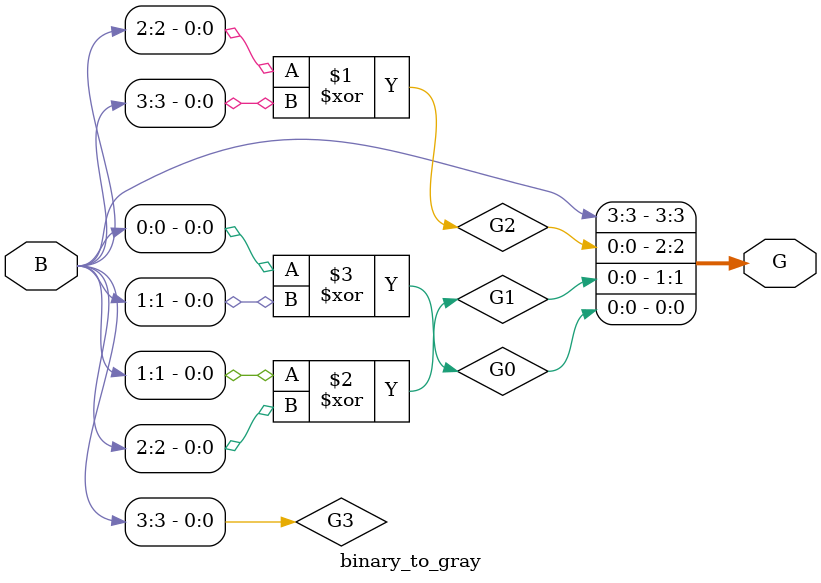
<source format=v>
module binary_to_gray(B, G);

    input [3:0] B;
    output [3:0] G;

    wire G0, G1, G2, G3;

    assign G3 = B[3];
    assign G2 = B[2] ^ B[3];
    assign G1 = B[1] ^ B[2];
    assign G0 = B[0] ^ B[1];

    assign G = {G3, G2, G1, G0};

endmodule
</source>
